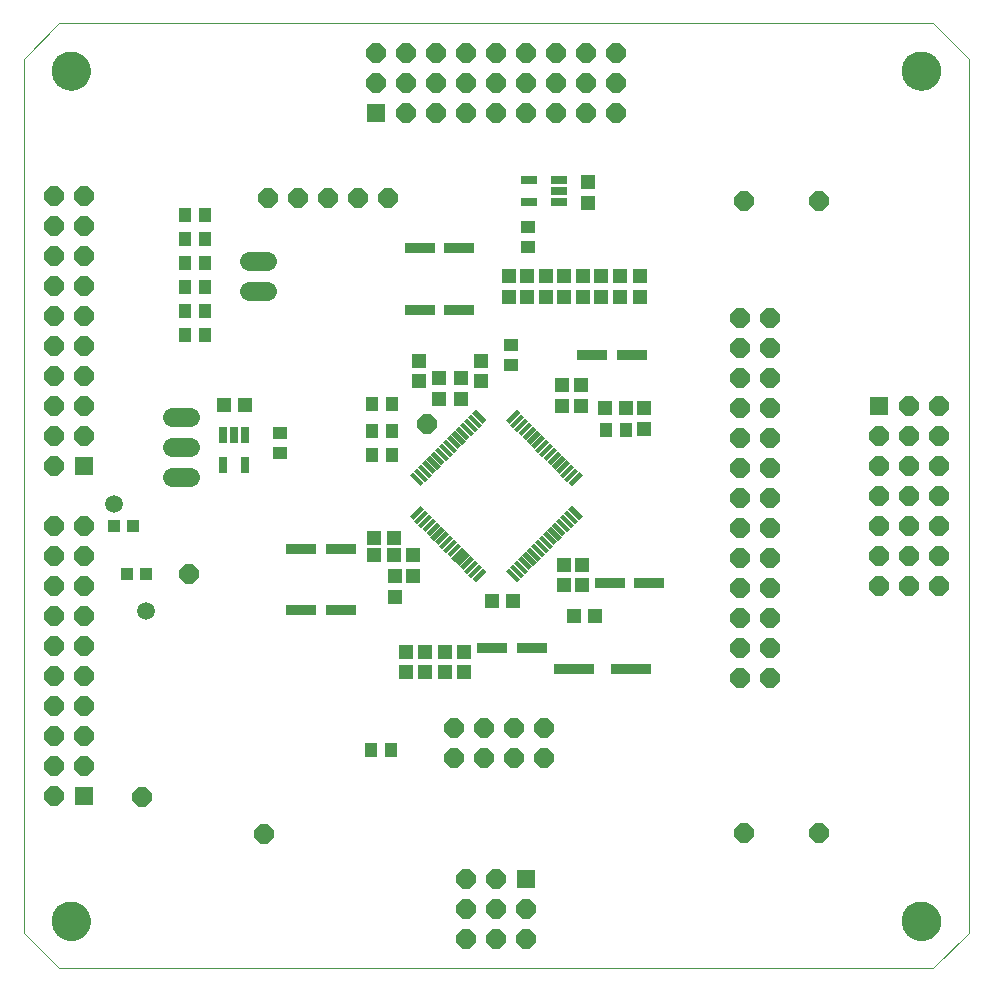
<source format=gts>
G75*
%MOIN*%
%OFA0B0*%
%FSLAX25Y25*%
%IPPOS*%
%LPD*%
%AMOC8*
5,1,8,0,0,1.08239X$1,22.5*
%
%ADD10C,0.00000*%
%ADD11C,0.12998*%
%ADD12OC8,0.06400*%
%ADD13R,0.06400X0.06400*%
%ADD14R,0.05124X0.01581*%
%ADD15R,0.01581X0.05124*%
%ADD16R,0.02600X0.05400*%
%ADD17R,0.04534X0.04652*%
%ADD18C,0.06400*%
%ADD19R,0.04731X0.04337*%
%ADD20R,0.10100X0.03400*%
%ADD21R,0.04652X0.04534*%
%ADD22R,0.03943X0.03943*%
%ADD23C,0.05912*%
%ADD24R,0.04337X0.04731*%
%ADD25R,0.13200X0.03400*%
%ADD26R,0.05400X0.02600*%
D10*
X0024111Y0035100D02*
X0012300Y0046911D01*
X0012300Y0338250D01*
X0024111Y0350061D01*
X0315450Y0350061D01*
X0327261Y0338250D01*
X0327261Y0046911D01*
X0315450Y0035100D01*
X0024111Y0035100D01*
X0021749Y0050848D02*
X0021751Y0051006D01*
X0021757Y0051164D01*
X0021767Y0051322D01*
X0021781Y0051480D01*
X0021799Y0051637D01*
X0021820Y0051794D01*
X0021846Y0051950D01*
X0021876Y0052106D01*
X0021909Y0052261D01*
X0021947Y0052414D01*
X0021988Y0052567D01*
X0022033Y0052719D01*
X0022082Y0052870D01*
X0022135Y0053019D01*
X0022191Y0053167D01*
X0022251Y0053313D01*
X0022315Y0053458D01*
X0022383Y0053601D01*
X0022454Y0053743D01*
X0022528Y0053883D01*
X0022606Y0054020D01*
X0022688Y0054156D01*
X0022772Y0054290D01*
X0022861Y0054421D01*
X0022952Y0054550D01*
X0023047Y0054677D01*
X0023144Y0054802D01*
X0023245Y0054924D01*
X0023349Y0055043D01*
X0023456Y0055160D01*
X0023566Y0055274D01*
X0023679Y0055385D01*
X0023794Y0055494D01*
X0023912Y0055599D01*
X0024033Y0055701D01*
X0024156Y0055801D01*
X0024282Y0055897D01*
X0024410Y0055990D01*
X0024540Y0056080D01*
X0024673Y0056166D01*
X0024808Y0056250D01*
X0024944Y0056329D01*
X0025083Y0056406D01*
X0025224Y0056478D01*
X0025366Y0056548D01*
X0025510Y0056613D01*
X0025656Y0056675D01*
X0025803Y0056733D01*
X0025952Y0056788D01*
X0026102Y0056839D01*
X0026253Y0056886D01*
X0026405Y0056929D01*
X0026558Y0056968D01*
X0026713Y0057004D01*
X0026868Y0057035D01*
X0027024Y0057063D01*
X0027180Y0057087D01*
X0027337Y0057107D01*
X0027495Y0057123D01*
X0027652Y0057135D01*
X0027811Y0057143D01*
X0027969Y0057147D01*
X0028127Y0057147D01*
X0028285Y0057143D01*
X0028444Y0057135D01*
X0028601Y0057123D01*
X0028759Y0057107D01*
X0028916Y0057087D01*
X0029072Y0057063D01*
X0029228Y0057035D01*
X0029383Y0057004D01*
X0029538Y0056968D01*
X0029691Y0056929D01*
X0029843Y0056886D01*
X0029994Y0056839D01*
X0030144Y0056788D01*
X0030293Y0056733D01*
X0030440Y0056675D01*
X0030586Y0056613D01*
X0030730Y0056548D01*
X0030872Y0056478D01*
X0031013Y0056406D01*
X0031152Y0056329D01*
X0031288Y0056250D01*
X0031423Y0056166D01*
X0031556Y0056080D01*
X0031686Y0055990D01*
X0031814Y0055897D01*
X0031940Y0055801D01*
X0032063Y0055701D01*
X0032184Y0055599D01*
X0032302Y0055494D01*
X0032417Y0055385D01*
X0032530Y0055274D01*
X0032640Y0055160D01*
X0032747Y0055043D01*
X0032851Y0054924D01*
X0032952Y0054802D01*
X0033049Y0054677D01*
X0033144Y0054550D01*
X0033235Y0054421D01*
X0033324Y0054290D01*
X0033408Y0054156D01*
X0033490Y0054020D01*
X0033568Y0053883D01*
X0033642Y0053743D01*
X0033713Y0053601D01*
X0033781Y0053458D01*
X0033845Y0053313D01*
X0033905Y0053167D01*
X0033961Y0053019D01*
X0034014Y0052870D01*
X0034063Y0052719D01*
X0034108Y0052567D01*
X0034149Y0052414D01*
X0034187Y0052261D01*
X0034220Y0052106D01*
X0034250Y0051950D01*
X0034276Y0051794D01*
X0034297Y0051637D01*
X0034315Y0051480D01*
X0034329Y0051322D01*
X0034339Y0051164D01*
X0034345Y0051006D01*
X0034347Y0050848D01*
X0034345Y0050690D01*
X0034339Y0050532D01*
X0034329Y0050374D01*
X0034315Y0050216D01*
X0034297Y0050059D01*
X0034276Y0049902D01*
X0034250Y0049746D01*
X0034220Y0049590D01*
X0034187Y0049435D01*
X0034149Y0049282D01*
X0034108Y0049129D01*
X0034063Y0048977D01*
X0034014Y0048826D01*
X0033961Y0048677D01*
X0033905Y0048529D01*
X0033845Y0048383D01*
X0033781Y0048238D01*
X0033713Y0048095D01*
X0033642Y0047953D01*
X0033568Y0047813D01*
X0033490Y0047676D01*
X0033408Y0047540D01*
X0033324Y0047406D01*
X0033235Y0047275D01*
X0033144Y0047146D01*
X0033049Y0047019D01*
X0032952Y0046894D01*
X0032851Y0046772D01*
X0032747Y0046653D01*
X0032640Y0046536D01*
X0032530Y0046422D01*
X0032417Y0046311D01*
X0032302Y0046202D01*
X0032184Y0046097D01*
X0032063Y0045995D01*
X0031940Y0045895D01*
X0031814Y0045799D01*
X0031686Y0045706D01*
X0031556Y0045616D01*
X0031423Y0045530D01*
X0031288Y0045446D01*
X0031152Y0045367D01*
X0031013Y0045290D01*
X0030872Y0045218D01*
X0030730Y0045148D01*
X0030586Y0045083D01*
X0030440Y0045021D01*
X0030293Y0044963D01*
X0030144Y0044908D01*
X0029994Y0044857D01*
X0029843Y0044810D01*
X0029691Y0044767D01*
X0029538Y0044728D01*
X0029383Y0044692D01*
X0029228Y0044661D01*
X0029072Y0044633D01*
X0028916Y0044609D01*
X0028759Y0044589D01*
X0028601Y0044573D01*
X0028444Y0044561D01*
X0028285Y0044553D01*
X0028127Y0044549D01*
X0027969Y0044549D01*
X0027811Y0044553D01*
X0027652Y0044561D01*
X0027495Y0044573D01*
X0027337Y0044589D01*
X0027180Y0044609D01*
X0027024Y0044633D01*
X0026868Y0044661D01*
X0026713Y0044692D01*
X0026558Y0044728D01*
X0026405Y0044767D01*
X0026253Y0044810D01*
X0026102Y0044857D01*
X0025952Y0044908D01*
X0025803Y0044963D01*
X0025656Y0045021D01*
X0025510Y0045083D01*
X0025366Y0045148D01*
X0025224Y0045218D01*
X0025083Y0045290D01*
X0024944Y0045367D01*
X0024808Y0045446D01*
X0024673Y0045530D01*
X0024540Y0045616D01*
X0024410Y0045706D01*
X0024282Y0045799D01*
X0024156Y0045895D01*
X0024033Y0045995D01*
X0023912Y0046097D01*
X0023794Y0046202D01*
X0023679Y0046311D01*
X0023566Y0046422D01*
X0023456Y0046536D01*
X0023349Y0046653D01*
X0023245Y0046772D01*
X0023144Y0046894D01*
X0023047Y0047019D01*
X0022952Y0047146D01*
X0022861Y0047275D01*
X0022772Y0047406D01*
X0022688Y0047540D01*
X0022606Y0047676D01*
X0022528Y0047813D01*
X0022454Y0047953D01*
X0022383Y0048095D01*
X0022315Y0048238D01*
X0022251Y0048383D01*
X0022191Y0048529D01*
X0022135Y0048677D01*
X0022082Y0048826D01*
X0022033Y0048977D01*
X0021988Y0049129D01*
X0021947Y0049282D01*
X0021909Y0049435D01*
X0021876Y0049590D01*
X0021846Y0049746D01*
X0021820Y0049902D01*
X0021799Y0050059D01*
X0021781Y0050216D01*
X0021767Y0050374D01*
X0021757Y0050532D01*
X0021751Y0050690D01*
X0021749Y0050848D01*
X0021749Y0334313D02*
X0021751Y0334471D01*
X0021757Y0334629D01*
X0021767Y0334787D01*
X0021781Y0334945D01*
X0021799Y0335102D01*
X0021820Y0335259D01*
X0021846Y0335415D01*
X0021876Y0335571D01*
X0021909Y0335726D01*
X0021947Y0335879D01*
X0021988Y0336032D01*
X0022033Y0336184D01*
X0022082Y0336335D01*
X0022135Y0336484D01*
X0022191Y0336632D01*
X0022251Y0336778D01*
X0022315Y0336923D01*
X0022383Y0337066D01*
X0022454Y0337208D01*
X0022528Y0337348D01*
X0022606Y0337485D01*
X0022688Y0337621D01*
X0022772Y0337755D01*
X0022861Y0337886D01*
X0022952Y0338015D01*
X0023047Y0338142D01*
X0023144Y0338267D01*
X0023245Y0338389D01*
X0023349Y0338508D01*
X0023456Y0338625D01*
X0023566Y0338739D01*
X0023679Y0338850D01*
X0023794Y0338959D01*
X0023912Y0339064D01*
X0024033Y0339166D01*
X0024156Y0339266D01*
X0024282Y0339362D01*
X0024410Y0339455D01*
X0024540Y0339545D01*
X0024673Y0339631D01*
X0024808Y0339715D01*
X0024944Y0339794D01*
X0025083Y0339871D01*
X0025224Y0339943D01*
X0025366Y0340013D01*
X0025510Y0340078D01*
X0025656Y0340140D01*
X0025803Y0340198D01*
X0025952Y0340253D01*
X0026102Y0340304D01*
X0026253Y0340351D01*
X0026405Y0340394D01*
X0026558Y0340433D01*
X0026713Y0340469D01*
X0026868Y0340500D01*
X0027024Y0340528D01*
X0027180Y0340552D01*
X0027337Y0340572D01*
X0027495Y0340588D01*
X0027652Y0340600D01*
X0027811Y0340608D01*
X0027969Y0340612D01*
X0028127Y0340612D01*
X0028285Y0340608D01*
X0028444Y0340600D01*
X0028601Y0340588D01*
X0028759Y0340572D01*
X0028916Y0340552D01*
X0029072Y0340528D01*
X0029228Y0340500D01*
X0029383Y0340469D01*
X0029538Y0340433D01*
X0029691Y0340394D01*
X0029843Y0340351D01*
X0029994Y0340304D01*
X0030144Y0340253D01*
X0030293Y0340198D01*
X0030440Y0340140D01*
X0030586Y0340078D01*
X0030730Y0340013D01*
X0030872Y0339943D01*
X0031013Y0339871D01*
X0031152Y0339794D01*
X0031288Y0339715D01*
X0031423Y0339631D01*
X0031556Y0339545D01*
X0031686Y0339455D01*
X0031814Y0339362D01*
X0031940Y0339266D01*
X0032063Y0339166D01*
X0032184Y0339064D01*
X0032302Y0338959D01*
X0032417Y0338850D01*
X0032530Y0338739D01*
X0032640Y0338625D01*
X0032747Y0338508D01*
X0032851Y0338389D01*
X0032952Y0338267D01*
X0033049Y0338142D01*
X0033144Y0338015D01*
X0033235Y0337886D01*
X0033324Y0337755D01*
X0033408Y0337621D01*
X0033490Y0337485D01*
X0033568Y0337348D01*
X0033642Y0337208D01*
X0033713Y0337066D01*
X0033781Y0336923D01*
X0033845Y0336778D01*
X0033905Y0336632D01*
X0033961Y0336484D01*
X0034014Y0336335D01*
X0034063Y0336184D01*
X0034108Y0336032D01*
X0034149Y0335879D01*
X0034187Y0335726D01*
X0034220Y0335571D01*
X0034250Y0335415D01*
X0034276Y0335259D01*
X0034297Y0335102D01*
X0034315Y0334945D01*
X0034329Y0334787D01*
X0034339Y0334629D01*
X0034345Y0334471D01*
X0034347Y0334313D01*
X0034345Y0334155D01*
X0034339Y0333997D01*
X0034329Y0333839D01*
X0034315Y0333681D01*
X0034297Y0333524D01*
X0034276Y0333367D01*
X0034250Y0333211D01*
X0034220Y0333055D01*
X0034187Y0332900D01*
X0034149Y0332747D01*
X0034108Y0332594D01*
X0034063Y0332442D01*
X0034014Y0332291D01*
X0033961Y0332142D01*
X0033905Y0331994D01*
X0033845Y0331848D01*
X0033781Y0331703D01*
X0033713Y0331560D01*
X0033642Y0331418D01*
X0033568Y0331278D01*
X0033490Y0331141D01*
X0033408Y0331005D01*
X0033324Y0330871D01*
X0033235Y0330740D01*
X0033144Y0330611D01*
X0033049Y0330484D01*
X0032952Y0330359D01*
X0032851Y0330237D01*
X0032747Y0330118D01*
X0032640Y0330001D01*
X0032530Y0329887D01*
X0032417Y0329776D01*
X0032302Y0329667D01*
X0032184Y0329562D01*
X0032063Y0329460D01*
X0031940Y0329360D01*
X0031814Y0329264D01*
X0031686Y0329171D01*
X0031556Y0329081D01*
X0031423Y0328995D01*
X0031288Y0328911D01*
X0031152Y0328832D01*
X0031013Y0328755D01*
X0030872Y0328683D01*
X0030730Y0328613D01*
X0030586Y0328548D01*
X0030440Y0328486D01*
X0030293Y0328428D01*
X0030144Y0328373D01*
X0029994Y0328322D01*
X0029843Y0328275D01*
X0029691Y0328232D01*
X0029538Y0328193D01*
X0029383Y0328157D01*
X0029228Y0328126D01*
X0029072Y0328098D01*
X0028916Y0328074D01*
X0028759Y0328054D01*
X0028601Y0328038D01*
X0028444Y0328026D01*
X0028285Y0328018D01*
X0028127Y0328014D01*
X0027969Y0328014D01*
X0027811Y0328018D01*
X0027652Y0328026D01*
X0027495Y0328038D01*
X0027337Y0328054D01*
X0027180Y0328074D01*
X0027024Y0328098D01*
X0026868Y0328126D01*
X0026713Y0328157D01*
X0026558Y0328193D01*
X0026405Y0328232D01*
X0026253Y0328275D01*
X0026102Y0328322D01*
X0025952Y0328373D01*
X0025803Y0328428D01*
X0025656Y0328486D01*
X0025510Y0328548D01*
X0025366Y0328613D01*
X0025224Y0328683D01*
X0025083Y0328755D01*
X0024944Y0328832D01*
X0024808Y0328911D01*
X0024673Y0328995D01*
X0024540Y0329081D01*
X0024410Y0329171D01*
X0024282Y0329264D01*
X0024156Y0329360D01*
X0024033Y0329460D01*
X0023912Y0329562D01*
X0023794Y0329667D01*
X0023679Y0329776D01*
X0023566Y0329887D01*
X0023456Y0330001D01*
X0023349Y0330118D01*
X0023245Y0330237D01*
X0023144Y0330359D01*
X0023047Y0330484D01*
X0022952Y0330611D01*
X0022861Y0330740D01*
X0022772Y0330871D01*
X0022688Y0331005D01*
X0022606Y0331141D01*
X0022528Y0331278D01*
X0022454Y0331418D01*
X0022383Y0331560D01*
X0022315Y0331703D01*
X0022251Y0331848D01*
X0022191Y0331994D01*
X0022135Y0332142D01*
X0022082Y0332291D01*
X0022033Y0332442D01*
X0021988Y0332594D01*
X0021947Y0332747D01*
X0021909Y0332900D01*
X0021876Y0333055D01*
X0021846Y0333211D01*
X0021820Y0333367D01*
X0021799Y0333524D01*
X0021781Y0333681D01*
X0021767Y0333839D01*
X0021757Y0333997D01*
X0021751Y0334155D01*
X0021749Y0334313D01*
X0305214Y0334313D02*
X0305216Y0334471D01*
X0305222Y0334629D01*
X0305232Y0334787D01*
X0305246Y0334945D01*
X0305264Y0335102D01*
X0305285Y0335259D01*
X0305311Y0335415D01*
X0305341Y0335571D01*
X0305374Y0335726D01*
X0305412Y0335879D01*
X0305453Y0336032D01*
X0305498Y0336184D01*
X0305547Y0336335D01*
X0305600Y0336484D01*
X0305656Y0336632D01*
X0305716Y0336778D01*
X0305780Y0336923D01*
X0305848Y0337066D01*
X0305919Y0337208D01*
X0305993Y0337348D01*
X0306071Y0337485D01*
X0306153Y0337621D01*
X0306237Y0337755D01*
X0306326Y0337886D01*
X0306417Y0338015D01*
X0306512Y0338142D01*
X0306609Y0338267D01*
X0306710Y0338389D01*
X0306814Y0338508D01*
X0306921Y0338625D01*
X0307031Y0338739D01*
X0307144Y0338850D01*
X0307259Y0338959D01*
X0307377Y0339064D01*
X0307498Y0339166D01*
X0307621Y0339266D01*
X0307747Y0339362D01*
X0307875Y0339455D01*
X0308005Y0339545D01*
X0308138Y0339631D01*
X0308273Y0339715D01*
X0308409Y0339794D01*
X0308548Y0339871D01*
X0308689Y0339943D01*
X0308831Y0340013D01*
X0308975Y0340078D01*
X0309121Y0340140D01*
X0309268Y0340198D01*
X0309417Y0340253D01*
X0309567Y0340304D01*
X0309718Y0340351D01*
X0309870Y0340394D01*
X0310023Y0340433D01*
X0310178Y0340469D01*
X0310333Y0340500D01*
X0310489Y0340528D01*
X0310645Y0340552D01*
X0310802Y0340572D01*
X0310960Y0340588D01*
X0311117Y0340600D01*
X0311276Y0340608D01*
X0311434Y0340612D01*
X0311592Y0340612D01*
X0311750Y0340608D01*
X0311909Y0340600D01*
X0312066Y0340588D01*
X0312224Y0340572D01*
X0312381Y0340552D01*
X0312537Y0340528D01*
X0312693Y0340500D01*
X0312848Y0340469D01*
X0313003Y0340433D01*
X0313156Y0340394D01*
X0313308Y0340351D01*
X0313459Y0340304D01*
X0313609Y0340253D01*
X0313758Y0340198D01*
X0313905Y0340140D01*
X0314051Y0340078D01*
X0314195Y0340013D01*
X0314337Y0339943D01*
X0314478Y0339871D01*
X0314617Y0339794D01*
X0314753Y0339715D01*
X0314888Y0339631D01*
X0315021Y0339545D01*
X0315151Y0339455D01*
X0315279Y0339362D01*
X0315405Y0339266D01*
X0315528Y0339166D01*
X0315649Y0339064D01*
X0315767Y0338959D01*
X0315882Y0338850D01*
X0315995Y0338739D01*
X0316105Y0338625D01*
X0316212Y0338508D01*
X0316316Y0338389D01*
X0316417Y0338267D01*
X0316514Y0338142D01*
X0316609Y0338015D01*
X0316700Y0337886D01*
X0316789Y0337755D01*
X0316873Y0337621D01*
X0316955Y0337485D01*
X0317033Y0337348D01*
X0317107Y0337208D01*
X0317178Y0337066D01*
X0317246Y0336923D01*
X0317310Y0336778D01*
X0317370Y0336632D01*
X0317426Y0336484D01*
X0317479Y0336335D01*
X0317528Y0336184D01*
X0317573Y0336032D01*
X0317614Y0335879D01*
X0317652Y0335726D01*
X0317685Y0335571D01*
X0317715Y0335415D01*
X0317741Y0335259D01*
X0317762Y0335102D01*
X0317780Y0334945D01*
X0317794Y0334787D01*
X0317804Y0334629D01*
X0317810Y0334471D01*
X0317812Y0334313D01*
X0317810Y0334155D01*
X0317804Y0333997D01*
X0317794Y0333839D01*
X0317780Y0333681D01*
X0317762Y0333524D01*
X0317741Y0333367D01*
X0317715Y0333211D01*
X0317685Y0333055D01*
X0317652Y0332900D01*
X0317614Y0332747D01*
X0317573Y0332594D01*
X0317528Y0332442D01*
X0317479Y0332291D01*
X0317426Y0332142D01*
X0317370Y0331994D01*
X0317310Y0331848D01*
X0317246Y0331703D01*
X0317178Y0331560D01*
X0317107Y0331418D01*
X0317033Y0331278D01*
X0316955Y0331141D01*
X0316873Y0331005D01*
X0316789Y0330871D01*
X0316700Y0330740D01*
X0316609Y0330611D01*
X0316514Y0330484D01*
X0316417Y0330359D01*
X0316316Y0330237D01*
X0316212Y0330118D01*
X0316105Y0330001D01*
X0315995Y0329887D01*
X0315882Y0329776D01*
X0315767Y0329667D01*
X0315649Y0329562D01*
X0315528Y0329460D01*
X0315405Y0329360D01*
X0315279Y0329264D01*
X0315151Y0329171D01*
X0315021Y0329081D01*
X0314888Y0328995D01*
X0314753Y0328911D01*
X0314617Y0328832D01*
X0314478Y0328755D01*
X0314337Y0328683D01*
X0314195Y0328613D01*
X0314051Y0328548D01*
X0313905Y0328486D01*
X0313758Y0328428D01*
X0313609Y0328373D01*
X0313459Y0328322D01*
X0313308Y0328275D01*
X0313156Y0328232D01*
X0313003Y0328193D01*
X0312848Y0328157D01*
X0312693Y0328126D01*
X0312537Y0328098D01*
X0312381Y0328074D01*
X0312224Y0328054D01*
X0312066Y0328038D01*
X0311909Y0328026D01*
X0311750Y0328018D01*
X0311592Y0328014D01*
X0311434Y0328014D01*
X0311276Y0328018D01*
X0311117Y0328026D01*
X0310960Y0328038D01*
X0310802Y0328054D01*
X0310645Y0328074D01*
X0310489Y0328098D01*
X0310333Y0328126D01*
X0310178Y0328157D01*
X0310023Y0328193D01*
X0309870Y0328232D01*
X0309718Y0328275D01*
X0309567Y0328322D01*
X0309417Y0328373D01*
X0309268Y0328428D01*
X0309121Y0328486D01*
X0308975Y0328548D01*
X0308831Y0328613D01*
X0308689Y0328683D01*
X0308548Y0328755D01*
X0308409Y0328832D01*
X0308273Y0328911D01*
X0308138Y0328995D01*
X0308005Y0329081D01*
X0307875Y0329171D01*
X0307747Y0329264D01*
X0307621Y0329360D01*
X0307498Y0329460D01*
X0307377Y0329562D01*
X0307259Y0329667D01*
X0307144Y0329776D01*
X0307031Y0329887D01*
X0306921Y0330001D01*
X0306814Y0330118D01*
X0306710Y0330237D01*
X0306609Y0330359D01*
X0306512Y0330484D01*
X0306417Y0330611D01*
X0306326Y0330740D01*
X0306237Y0330871D01*
X0306153Y0331005D01*
X0306071Y0331141D01*
X0305993Y0331278D01*
X0305919Y0331418D01*
X0305848Y0331560D01*
X0305780Y0331703D01*
X0305716Y0331848D01*
X0305656Y0331994D01*
X0305600Y0332142D01*
X0305547Y0332291D01*
X0305498Y0332442D01*
X0305453Y0332594D01*
X0305412Y0332747D01*
X0305374Y0332900D01*
X0305341Y0333055D01*
X0305311Y0333211D01*
X0305285Y0333367D01*
X0305264Y0333524D01*
X0305246Y0333681D01*
X0305232Y0333839D01*
X0305222Y0333997D01*
X0305216Y0334155D01*
X0305214Y0334313D01*
X0305214Y0050848D02*
X0305216Y0051006D01*
X0305222Y0051164D01*
X0305232Y0051322D01*
X0305246Y0051480D01*
X0305264Y0051637D01*
X0305285Y0051794D01*
X0305311Y0051950D01*
X0305341Y0052106D01*
X0305374Y0052261D01*
X0305412Y0052414D01*
X0305453Y0052567D01*
X0305498Y0052719D01*
X0305547Y0052870D01*
X0305600Y0053019D01*
X0305656Y0053167D01*
X0305716Y0053313D01*
X0305780Y0053458D01*
X0305848Y0053601D01*
X0305919Y0053743D01*
X0305993Y0053883D01*
X0306071Y0054020D01*
X0306153Y0054156D01*
X0306237Y0054290D01*
X0306326Y0054421D01*
X0306417Y0054550D01*
X0306512Y0054677D01*
X0306609Y0054802D01*
X0306710Y0054924D01*
X0306814Y0055043D01*
X0306921Y0055160D01*
X0307031Y0055274D01*
X0307144Y0055385D01*
X0307259Y0055494D01*
X0307377Y0055599D01*
X0307498Y0055701D01*
X0307621Y0055801D01*
X0307747Y0055897D01*
X0307875Y0055990D01*
X0308005Y0056080D01*
X0308138Y0056166D01*
X0308273Y0056250D01*
X0308409Y0056329D01*
X0308548Y0056406D01*
X0308689Y0056478D01*
X0308831Y0056548D01*
X0308975Y0056613D01*
X0309121Y0056675D01*
X0309268Y0056733D01*
X0309417Y0056788D01*
X0309567Y0056839D01*
X0309718Y0056886D01*
X0309870Y0056929D01*
X0310023Y0056968D01*
X0310178Y0057004D01*
X0310333Y0057035D01*
X0310489Y0057063D01*
X0310645Y0057087D01*
X0310802Y0057107D01*
X0310960Y0057123D01*
X0311117Y0057135D01*
X0311276Y0057143D01*
X0311434Y0057147D01*
X0311592Y0057147D01*
X0311750Y0057143D01*
X0311909Y0057135D01*
X0312066Y0057123D01*
X0312224Y0057107D01*
X0312381Y0057087D01*
X0312537Y0057063D01*
X0312693Y0057035D01*
X0312848Y0057004D01*
X0313003Y0056968D01*
X0313156Y0056929D01*
X0313308Y0056886D01*
X0313459Y0056839D01*
X0313609Y0056788D01*
X0313758Y0056733D01*
X0313905Y0056675D01*
X0314051Y0056613D01*
X0314195Y0056548D01*
X0314337Y0056478D01*
X0314478Y0056406D01*
X0314617Y0056329D01*
X0314753Y0056250D01*
X0314888Y0056166D01*
X0315021Y0056080D01*
X0315151Y0055990D01*
X0315279Y0055897D01*
X0315405Y0055801D01*
X0315528Y0055701D01*
X0315649Y0055599D01*
X0315767Y0055494D01*
X0315882Y0055385D01*
X0315995Y0055274D01*
X0316105Y0055160D01*
X0316212Y0055043D01*
X0316316Y0054924D01*
X0316417Y0054802D01*
X0316514Y0054677D01*
X0316609Y0054550D01*
X0316700Y0054421D01*
X0316789Y0054290D01*
X0316873Y0054156D01*
X0316955Y0054020D01*
X0317033Y0053883D01*
X0317107Y0053743D01*
X0317178Y0053601D01*
X0317246Y0053458D01*
X0317310Y0053313D01*
X0317370Y0053167D01*
X0317426Y0053019D01*
X0317479Y0052870D01*
X0317528Y0052719D01*
X0317573Y0052567D01*
X0317614Y0052414D01*
X0317652Y0052261D01*
X0317685Y0052106D01*
X0317715Y0051950D01*
X0317741Y0051794D01*
X0317762Y0051637D01*
X0317780Y0051480D01*
X0317794Y0051322D01*
X0317804Y0051164D01*
X0317810Y0051006D01*
X0317812Y0050848D01*
X0317810Y0050690D01*
X0317804Y0050532D01*
X0317794Y0050374D01*
X0317780Y0050216D01*
X0317762Y0050059D01*
X0317741Y0049902D01*
X0317715Y0049746D01*
X0317685Y0049590D01*
X0317652Y0049435D01*
X0317614Y0049282D01*
X0317573Y0049129D01*
X0317528Y0048977D01*
X0317479Y0048826D01*
X0317426Y0048677D01*
X0317370Y0048529D01*
X0317310Y0048383D01*
X0317246Y0048238D01*
X0317178Y0048095D01*
X0317107Y0047953D01*
X0317033Y0047813D01*
X0316955Y0047676D01*
X0316873Y0047540D01*
X0316789Y0047406D01*
X0316700Y0047275D01*
X0316609Y0047146D01*
X0316514Y0047019D01*
X0316417Y0046894D01*
X0316316Y0046772D01*
X0316212Y0046653D01*
X0316105Y0046536D01*
X0315995Y0046422D01*
X0315882Y0046311D01*
X0315767Y0046202D01*
X0315649Y0046097D01*
X0315528Y0045995D01*
X0315405Y0045895D01*
X0315279Y0045799D01*
X0315151Y0045706D01*
X0315021Y0045616D01*
X0314888Y0045530D01*
X0314753Y0045446D01*
X0314617Y0045367D01*
X0314478Y0045290D01*
X0314337Y0045218D01*
X0314195Y0045148D01*
X0314051Y0045083D01*
X0313905Y0045021D01*
X0313758Y0044963D01*
X0313609Y0044908D01*
X0313459Y0044857D01*
X0313308Y0044810D01*
X0313156Y0044767D01*
X0313003Y0044728D01*
X0312848Y0044692D01*
X0312693Y0044661D01*
X0312537Y0044633D01*
X0312381Y0044609D01*
X0312224Y0044589D01*
X0312066Y0044573D01*
X0311909Y0044561D01*
X0311750Y0044553D01*
X0311592Y0044549D01*
X0311434Y0044549D01*
X0311276Y0044553D01*
X0311117Y0044561D01*
X0310960Y0044573D01*
X0310802Y0044589D01*
X0310645Y0044609D01*
X0310489Y0044633D01*
X0310333Y0044661D01*
X0310178Y0044692D01*
X0310023Y0044728D01*
X0309870Y0044767D01*
X0309718Y0044810D01*
X0309567Y0044857D01*
X0309417Y0044908D01*
X0309268Y0044963D01*
X0309121Y0045021D01*
X0308975Y0045083D01*
X0308831Y0045148D01*
X0308689Y0045218D01*
X0308548Y0045290D01*
X0308409Y0045367D01*
X0308273Y0045446D01*
X0308138Y0045530D01*
X0308005Y0045616D01*
X0307875Y0045706D01*
X0307747Y0045799D01*
X0307621Y0045895D01*
X0307498Y0045995D01*
X0307377Y0046097D01*
X0307259Y0046202D01*
X0307144Y0046311D01*
X0307031Y0046422D01*
X0306921Y0046536D01*
X0306814Y0046653D01*
X0306710Y0046772D01*
X0306609Y0046894D01*
X0306512Y0047019D01*
X0306417Y0047146D01*
X0306326Y0047275D01*
X0306237Y0047406D01*
X0306153Y0047540D01*
X0306071Y0047676D01*
X0305993Y0047813D01*
X0305919Y0047953D01*
X0305848Y0048095D01*
X0305780Y0048238D01*
X0305716Y0048383D01*
X0305656Y0048529D01*
X0305600Y0048677D01*
X0305547Y0048826D01*
X0305498Y0048977D01*
X0305453Y0049129D01*
X0305412Y0049282D01*
X0305374Y0049435D01*
X0305341Y0049590D01*
X0305311Y0049746D01*
X0305285Y0049902D01*
X0305264Y0050059D01*
X0305246Y0050216D01*
X0305232Y0050374D01*
X0305222Y0050532D01*
X0305216Y0050690D01*
X0305214Y0050848D01*
D11*
X0311513Y0050848D03*
X0311513Y0334313D03*
X0028048Y0334313D03*
X0028048Y0050848D03*
D12*
X0051800Y0092100D03*
X0032261Y0102561D03*
X0022261Y0102561D03*
X0022261Y0092561D03*
X0022261Y0112561D03*
X0022261Y0122561D03*
X0032261Y0122561D03*
X0032261Y0112561D03*
X0032261Y0132561D03*
X0022261Y0132561D03*
X0022261Y0142561D03*
X0022261Y0152561D03*
X0032261Y0152561D03*
X0032261Y0142561D03*
X0032261Y0162561D03*
X0032261Y0172561D03*
X0022261Y0172561D03*
X0022261Y0162561D03*
X0022261Y0182561D03*
X0032261Y0182561D03*
X0022261Y0202561D03*
X0022261Y0212561D03*
X0022261Y0222561D03*
X0032261Y0222561D03*
X0032261Y0212561D03*
X0032261Y0232561D03*
X0032261Y0242561D03*
X0022261Y0242561D03*
X0022261Y0232561D03*
X0022261Y0252561D03*
X0032261Y0252561D03*
X0032261Y0262561D03*
X0032261Y0272561D03*
X0022261Y0272561D03*
X0022261Y0262561D03*
X0022261Y0282561D03*
X0022261Y0292561D03*
X0032261Y0292561D03*
X0032261Y0282561D03*
X0093800Y0292000D03*
X0103800Y0292000D03*
X0113800Y0292000D03*
X0123800Y0292000D03*
X0133800Y0292000D03*
X0139820Y0320161D03*
X0139820Y0330161D03*
X0139820Y0340161D03*
X0149820Y0340161D03*
X0159820Y0340161D03*
X0169820Y0340161D03*
X0179820Y0340161D03*
X0189820Y0340161D03*
X0199820Y0340161D03*
X0209820Y0340161D03*
X0209820Y0330161D03*
X0199820Y0330161D03*
X0199820Y0320161D03*
X0209820Y0320161D03*
X0189820Y0320161D03*
X0189820Y0330161D03*
X0179820Y0330161D03*
X0179820Y0320161D03*
X0169820Y0320161D03*
X0169820Y0330161D03*
X0159820Y0330161D03*
X0159820Y0320161D03*
X0149820Y0320161D03*
X0149820Y0330161D03*
X0129820Y0330161D03*
X0129820Y0340161D03*
X0146700Y0216700D03*
X0067300Y0166600D03*
X0092300Y0080000D03*
X0155800Y0105200D03*
X0155800Y0115200D03*
X0165800Y0115200D03*
X0165800Y0105200D03*
X0175800Y0105200D03*
X0175800Y0115200D03*
X0185800Y0115200D03*
X0185800Y0105200D03*
X0169700Y0065000D03*
X0169700Y0055000D03*
X0159700Y0055000D03*
X0159700Y0065000D03*
X0159700Y0045000D03*
X0169700Y0045000D03*
X0179700Y0045000D03*
X0179700Y0055000D03*
X0252300Y0080100D03*
X0277300Y0080100D03*
X0261220Y0131980D03*
X0261220Y0141980D03*
X0251220Y0141980D03*
X0251220Y0131980D03*
X0251220Y0151980D03*
X0251220Y0161980D03*
X0251220Y0171980D03*
X0251220Y0181980D03*
X0251220Y0191980D03*
X0251220Y0201980D03*
X0251220Y0211980D03*
X0251220Y0221980D03*
X0251220Y0231980D03*
X0251220Y0241980D03*
X0251220Y0251980D03*
X0261220Y0251980D03*
X0261220Y0241980D03*
X0261220Y0231980D03*
X0261220Y0221980D03*
X0261220Y0211980D03*
X0261220Y0201980D03*
X0261220Y0191980D03*
X0261220Y0181980D03*
X0261220Y0171980D03*
X0261220Y0161980D03*
X0261220Y0151980D03*
X0297300Y0162600D03*
X0297300Y0172600D03*
X0307300Y0172600D03*
X0307300Y0162600D03*
X0317300Y0162600D03*
X0317300Y0172600D03*
X0317300Y0182600D03*
X0317300Y0192600D03*
X0317300Y0202600D03*
X0317300Y0212600D03*
X0317300Y0222600D03*
X0307300Y0222600D03*
X0307300Y0212600D03*
X0297300Y0212600D03*
X0297300Y0202600D03*
X0297300Y0192600D03*
X0307300Y0192600D03*
X0307300Y0202600D03*
X0307300Y0182600D03*
X0297300Y0182600D03*
X0277300Y0291000D03*
X0252300Y0291000D03*
D13*
X0297300Y0222600D03*
X0179700Y0065000D03*
X0032261Y0092561D03*
X0032261Y0202561D03*
X0129820Y0320161D03*
D14*
G36*
X0177718Y0220279D02*
X0174096Y0216657D01*
X0172978Y0217775D01*
X0176600Y0221397D01*
X0177718Y0220279D01*
G37*
G36*
X0179110Y0218887D02*
X0175488Y0215265D01*
X0174370Y0216383D01*
X0177992Y0220005D01*
X0179110Y0218887D01*
G37*
G36*
X0180502Y0217495D02*
X0176880Y0213873D01*
X0175762Y0214991D01*
X0179384Y0218613D01*
X0180502Y0217495D01*
G37*
G36*
X0181894Y0216103D02*
X0178272Y0212481D01*
X0177154Y0213599D01*
X0180776Y0217221D01*
X0181894Y0216103D01*
G37*
G36*
X0183286Y0214711D02*
X0179664Y0211089D01*
X0178546Y0212207D01*
X0182168Y0215829D01*
X0183286Y0214711D01*
G37*
G36*
X0184678Y0213320D02*
X0181056Y0209698D01*
X0179938Y0210816D01*
X0183560Y0214438D01*
X0184678Y0213320D01*
G37*
G36*
X0186070Y0211928D02*
X0182448Y0208306D01*
X0181330Y0209424D01*
X0184952Y0213046D01*
X0186070Y0211928D01*
G37*
G36*
X0187462Y0210536D02*
X0183840Y0206914D01*
X0182722Y0208032D01*
X0186344Y0211654D01*
X0187462Y0210536D01*
G37*
G36*
X0188854Y0209144D02*
X0185232Y0205522D01*
X0184114Y0206640D01*
X0187736Y0210262D01*
X0188854Y0209144D01*
G37*
G36*
X0190246Y0207752D02*
X0186624Y0204130D01*
X0185506Y0205248D01*
X0189128Y0208870D01*
X0190246Y0207752D01*
G37*
G36*
X0191638Y0206360D02*
X0188016Y0202738D01*
X0186898Y0203856D01*
X0190520Y0207478D01*
X0191638Y0206360D01*
G37*
G36*
X0193029Y0204968D02*
X0189407Y0201346D01*
X0188289Y0202464D01*
X0191911Y0206086D01*
X0193029Y0204968D01*
G37*
G36*
X0194421Y0203576D02*
X0190799Y0199954D01*
X0189681Y0201072D01*
X0193303Y0204694D01*
X0194421Y0203576D01*
G37*
G36*
X0195813Y0202184D02*
X0192191Y0198562D01*
X0191073Y0199680D01*
X0194695Y0203302D01*
X0195813Y0202184D01*
G37*
G36*
X0197205Y0200792D02*
X0193583Y0197170D01*
X0192465Y0198288D01*
X0196087Y0201910D01*
X0197205Y0200792D01*
G37*
G36*
X0198597Y0199400D02*
X0194975Y0195778D01*
X0193857Y0196896D01*
X0197479Y0200518D01*
X0198597Y0199400D01*
G37*
G36*
X0166583Y0167385D02*
X0162961Y0163763D01*
X0161843Y0164881D01*
X0165465Y0168503D01*
X0166583Y0167385D01*
G37*
G36*
X0165191Y0168777D02*
X0161569Y0165155D01*
X0160451Y0166273D01*
X0164073Y0169895D01*
X0165191Y0168777D01*
G37*
G36*
X0163799Y0170169D02*
X0160177Y0166547D01*
X0159059Y0167665D01*
X0162681Y0171287D01*
X0163799Y0170169D01*
G37*
G36*
X0162407Y0171561D02*
X0158785Y0167939D01*
X0157667Y0169057D01*
X0161289Y0172679D01*
X0162407Y0171561D01*
G37*
G36*
X0161015Y0172953D02*
X0157393Y0169331D01*
X0156275Y0170449D01*
X0159897Y0174071D01*
X0161015Y0172953D01*
G37*
G36*
X0159623Y0174345D02*
X0156001Y0170723D01*
X0154883Y0171841D01*
X0158505Y0175463D01*
X0159623Y0174345D01*
G37*
G36*
X0158231Y0175737D02*
X0154609Y0172115D01*
X0153491Y0173233D01*
X0157113Y0176855D01*
X0158231Y0175737D01*
G37*
G36*
X0156839Y0177129D02*
X0153217Y0173507D01*
X0152099Y0174625D01*
X0155721Y0178247D01*
X0156839Y0177129D01*
G37*
G36*
X0155447Y0178521D02*
X0151825Y0174899D01*
X0150707Y0176017D01*
X0154329Y0179639D01*
X0155447Y0178521D01*
G37*
G36*
X0154055Y0179913D02*
X0150433Y0176291D01*
X0149315Y0177409D01*
X0152937Y0181031D01*
X0154055Y0179913D01*
G37*
G36*
X0152663Y0181305D02*
X0149041Y0177683D01*
X0147923Y0178801D01*
X0151545Y0182423D01*
X0152663Y0181305D01*
G37*
G36*
X0151271Y0182697D02*
X0147649Y0179075D01*
X0146531Y0180193D01*
X0150153Y0183815D01*
X0151271Y0182697D01*
G37*
G36*
X0149879Y0184089D02*
X0146257Y0180467D01*
X0145139Y0181585D01*
X0148761Y0185207D01*
X0149879Y0184089D01*
G37*
G36*
X0148487Y0185481D02*
X0144865Y0181859D01*
X0143747Y0182977D01*
X0147369Y0186599D01*
X0148487Y0185481D01*
G37*
G36*
X0147095Y0186873D02*
X0143473Y0183251D01*
X0142355Y0184369D01*
X0145977Y0187991D01*
X0147095Y0186873D01*
G37*
G36*
X0145703Y0188265D02*
X0142081Y0184643D01*
X0140963Y0185761D01*
X0144585Y0189383D01*
X0145703Y0188265D01*
G37*
D15*
G36*
X0145703Y0196896D02*
X0144585Y0195778D01*
X0140963Y0199400D01*
X0142081Y0200518D01*
X0145703Y0196896D01*
G37*
G36*
X0147095Y0198288D02*
X0145977Y0197170D01*
X0142355Y0200792D01*
X0143473Y0201910D01*
X0147095Y0198288D01*
G37*
G36*
X0148487Y0199680D02*
X0147369Y0198562D01*
X0143747Y0202184D01*
X0144865Y0203302D01*
X0148487Y0199680D01*
G37*
G36*
X0149879Y0201072D02*
X0148761Y0199954D01*
X0145139Y0203576D01*
X0146257Y0204694D01*
X0149879Y0201072D01*
G37*
G36*
X0151271Y0202464D02*
X0150153Y0201346D01*
X0146531Y0204968D01*
X0147649Y0206086D01*
X0151271Y0202464D01*
G37*
G36*
X0152663Y0203856D02*
X0151545Y0202738D01*
X0147923Y0206360D01*
X0149041Y0207478D01*
X0152663Y0203856D01*
G37*
G36*
X0154055Y0205248D02*
X0152937Y0204130D01*
X0149315Y0207752D01*
X0150433Y0208870D01*
X0154055Y0205248D01*
G37*
G36*
X0155447Y0206640D02*
X0154329Y0205522D01*
X0150707Y0209144D01*
X0151825Y0210262D01*
X0155447Y0206640D01*
G37*
G36*
X0156839Y0208032D02*
X0155721Y0206914D01*
X0152099Y0210536D01*
X0153217Y0211654D01*
X0156839Y0208032D01*
G37*
G36*
X0158231Y0209424D02*
X0157113Y0208306D01*
X0153491Y0211928D01*
X0154609Y0213046D01*
X0158231Y0209424D01*
G37*
G36*
X0159623Y0210816D02*
X0158505Y0209698D01*
X0154883Y0213320D01*
X0156001Y0214438D01*
X0159623Y0210816D01*
G37*
G36*
X0161015Y0212207D02*
X0159897Y0211089D01*
X0156275Y0214711D01*
X0157393Y0215829D01*
X0161015Y0212207D01*
G37*
G36*
X0162407Y0213599D02*
X0161289Y0212481D01*
X0157667Y0216103D01*
X0158785Y0217221D01*
X0162407Y0213599D01*
G37*
G36*
X0163799Y0214991D02*
X0162681Y0213873D01*
X0159059Y0217495D01*
X0160177Y0218613D01*
X0163799Y0214991D01*
G37*
G36*
X0165191Y0216383D02*
X0164073Y0215265D01*
X0160451Y0218887D01*
X0161569Y0220005D01*
X0165191Y0216383D01*
G37*
G36*
X0166583Y0217775D02*
X0165465Y0216657D01*
X0161843Y0220279D01*
X0162961Y0221397D01*
X0166583Y0217775D01*
G37*
G36*
X0197205Y0184369D02*
X0196087Y0183251D01*
X0192465Y0186873D01*
X0193583Y0187991D01*
X0197205Y0184369D01*
G37*
G36*
X0198597Y0185761D02*
X0197479Y0184643D01*
X0193857Y0188265D01*
X0194975Y0189383D01*
X0198597Y0185761D01*
G37*
G36*
X0195813Y0182977D02*
X0194695Y0181859D01*
X0191073Y0185481D01*
X0192191Y0186599D01*
X0195813Y0182977D01*
G37*
G36*
X0194421Y0181585D02*
X0193303Y0180467D01*
X0189681Y0184089D01*
X0190799Y0185207D01*
X0194421Y0181585D01*
G37*
G36*
X0193029Y0180193D02*
X0191911Y0179075D01*
X0188289Y0182697D01*
X0189407Y0183815D01*
X0193029Y0180193D01*
G37*
G36*
X0191638Y0178801D02*
X0190520Y0177683D01*
X0186898Y0181305D01*
X0188016Y0182423D01*
X0191638Y0178801D01*
G37*
G36*
X0190246Y0177409D02*
X0189128Y0176291D01*
X0185506Y0179913D01*
X0186624Y0181031D01*
X0190246Y0177409D01*
G37*
G36*
X0188854Y0176017D02*
X0187736Y0174899D01*
X0184114Y0178521D01*
X0185232Y0179639D01*
X0188854Y0176017D01*
G37*
G36*
X0187462Y0174625D02*
X0186344Y0173507D01*
X0182722Y0177129D01*
X0183840Y0178247D01*
X0187462Y0174625D01*
G37*
G36*
X0186070Y0173233D02*
X0184952Y0172115D01*
X0181330Y0175737D01*
X0182448Y0176855D01*
X0186070Y0173233D01*
G37*
G36*
X0184678Y0171841D02*
X0183560Y0170723D01*
X0179938Y0174345D01*
X0181056Y0175463D01*
X0184678Y0171841D01*
G37*
G36*
X0183286Y0170449D02*
X0182168Y0169331D01*
X0178546Y0172953D01*
X0179664Y0174071D01*
X0183286Y0170449D01*
G37*
G36*
X0181894Y0169057D02*
X0180776Y0167939D01*
X0177154Y0171561D01*
X0178272Y0172679D01*
X0181894Y0169057D01*
G37*
G36*
X0180502Y0167665D02*
X0179384Y0166547D01*
X0175762Y0170169D01*
X0176880Y0171287D01*
X0180502Y0167665D01*
G37*
G36*
X0179110Y0166273D02*
X0177992Y0165155D01*
X0174370Y0168777D01*
X0175488Y0169895D01*
X0179110Y0166273D01*
G37*
G36*
X0177718Y0164881D02*
X0176600Y0163763D01*
X0172978Y0167385D01*
X0174096Y0168503D01*
X0177718Y0164881D01*
G37*
D16*
X0086000Y0202800D03*
X0078600Y0202800D03*
X0078600Y0213000D03*
X0082300Y0213000D03*
X0086000Y0213000D03*
D17*
X0085945Y0223000D03*
X0079055Y0223000D03*
X0128955Y0178500D03*
X0128955Y0172900D03*
X0135845Y0172900D03*
X0135845Y0178500D03*
X0168555Y0157600D03*
X0175445Y0157600D03*
X0195855Y0152600D03*
X0202745Y0152600D03*
X0206255Y0221800D03*
X0213145Y0221800D03*
D18*
X0093400Y0260800D02*
X0087400Y0260800D01*
X0087400Y0270800D02*
X0093400Y0270800D01*
X0067900Y0218900D02*
X0061900Y0218900D01*
X0061900Y0208900D02*
X0067900Y0208900D01*
X0067900Y0198900D02*
X0061900Y0198900D01*
D19*
X0097900Y0206754D03*
X0097900Y0213446D03*
X0174700Y0236254D03*
X0174700Y0242946D03*
X0180500Y0275554D03*
X0180500Y0282246D03*
D20*
X0157500Y0275100D03*
X0144300Y0275100D03*
X0144300Y0254500D03*
X0157500Y0254500D03*
X0201900Y0239600D03*
X0215100Y0239600D03*
X0220800Y0163400D03*
X0207600Y0163400D03*
X0181700Y0142000D03*
X0168500Y0142000D03*
X0118100Y0154400D03*
X0104900Y0154400D03*
X0104900Y0174900D03*
X0118100Y0174900D03*
D21*
X0136000Y0165945D03*
X0142200Y0165955D03*
X0142200Y0172845D03*
X0136000Y0159055D03*
X0139600Y0140645D03*
X0146100Y0140645D03*
X0152600Y0140645D03*
X0159100Y0140645D03*
X0159100Y0133755D03*
X0152600Y0133755D03*
X0146100Y0133755D03*
X0139600Y0133755D03*
X0192300Y0162755D03*
X0198400Y0162755D03*
X0198400Y0169645D03*
X0192300Y0169645D03*
X0219000Y0214855D03*
X0219000Y0221745D03*
X0198000Y0222655D03*
X0191700Y0222655D03*
X0191700Y0229545D03*
X0198000Y0229545D03*
X0198700Y0258855D03*
X0192500Y0258855D03*
X0192500Y0265745D03*
X0198700Y0265745D03*
X0204800Y0265745D03*
X0204800Y0258855D03*
X0211000Y0258855D03*
X0211000Y0265745D03*
X0217700Y0265745D03*
X0217700Y0258855D03*
X0200300Y0290355D03*
X0200300Y0297245D03*
X0186400Y0265745D03*
X0186400Y0258855D03*
X0180200Y0258855D03*
X0174100Y0258855D03*
X0174100Y0265745D03*
X0180200Y0265745D03*
X0164900Y0237645D03*
X0164900Y0230755D03*
X0158200Y0231845D03*
X0158200Y0224955D03*
X0150900Y0224955D03*
X0150900Y0231845D03*
X0144200Y0230755D03*
X0144200Y0237645D03*
D22*
X0052950Y0166500D03*
X0046650Y0166500D03*
X0048750Y0182500D03*
X0042450Y0182500D03*
D23*
X0042472Y0189870D03*
X0053172Y0154100D03*
D24*
X0128054Y0107800D03*
X0134746Y0107800D03*
X0135246Y0206200D03*
X0128554Y0206200D03*
X0128554Y0214300D03*
X0135246Y0214300D03*
X0135246Y0223200D03*
X0128554Y0223200D03*
X0072846Y0246200D03*
X0066154Y0246200D03*
X0066154Y0254200D03*
X0072846Y0254200D03*
X0072846Y0262200D03*
X0066154Y0262200D03*
X0066154Y0270200D03*
X0072846Y0270200D03*
X0072846Y0278200D03*
X0066154Y0278200D03*
X0066154Y0286200D03*
X0072846Y0286200D03*
X0206554Y0214500D03*
X0213246Y0214500D03*
D25*
X0214800Y0135000D03*
X0195800Y0135000D03*
D26*
X0190900Y0290400D03*
X0190900Y0294100D03*
X0190900Y0297800D03*
X0180700Y0297800D03*
X0180700Y0290400D03*
M02*

</source>
